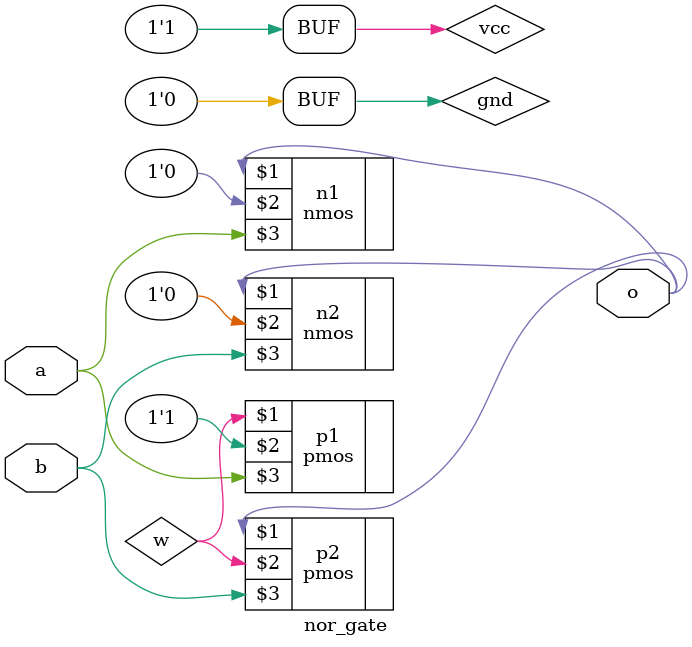
<source format=v>
module nor_gate(a,b,o);
input a,b;
output o;
wire w;
supply0 gnd;
supply1 vcc;
pmos p1(w,vcc,a);
pmos p2(o,w,b);
nmos n1(o,gnd,a);
nmos n2(o,gnd,b);
endmodule

</source>
